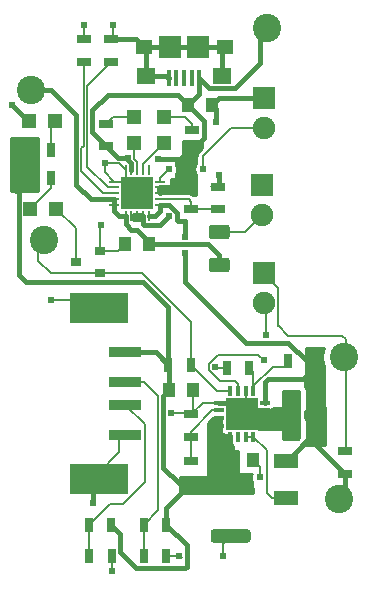
<source format=gtl>
G04 #@! TF.GenerationSoftware,KiCad,Pcbnew,(5.1.9-0-10_14)*
G04 #@! TF.CreationDate,2021-03-21T12:23:30-04:00*
G04 #@! TF.ProjectId,Antoinette_PowerBank,416e746f-696e-4657-9474-655f506f7765,rev?*
G04 #@! TF.SameCoordinates,Original*
G04 #@! TF.FileFunction,Copper,L1,Top*
G04 #@! TF.FilePolarity,Positive*
%FSLAX46Y46*%
G04 Gerber Fmt 4.6, Leading zero omitted, Abs format (unit mm)*
G04 Created by KiCad (PCBNEW (5.1.9-0-10_14)) date 2021-03-21 12:23:30*
%MOMM*%
%LPD*%
G01*
G04 APERTURE LIST*
G04 #@! TA.AperFunction,SMDPad,CuDef*
%ADD10R,1.900000X1.900000*%
G04 #@! TD*
G04 #@! TA.AperFunction,SMDPad,CuDef*
%ADD11R,1.450000X1.300000*%
G04 #@! TD*
G04 #@! TA.AperFunction,SMDPad,CuDef*
%ADD12R,1.600000X1.400000*%
G04 #@! TD*
G04 #@! TA.AperFunction,SMDPad,CuDef*
%ADD13R,0.400000X1.350000*%
G04 #@! TD*
G04 #@! TA.AperFunction,SMDPad,CuDef*
%ADD14R,0.700000X1.300000*%
G04 #@! TD*
G04 #@! TA.AperFunction,ComponentPad*
%ADD15C,2.400000*%
G04 #@! TD*
G04 #@! TA.AperFunction,SMDPad,CuDef*
%ADD16R,2.700000X2.700000*%
G04 #@! TD*
G04 #@! TA.AperFunction,SMDPad,CuDef*
%ADD17R,0.260000X0.810000*%
G04 #@! TD*
G04 #@! TA.AperFunction,SMDPad,CuDef*
%ADD18R,0.810000X0.260000*%
G04 #@! TD*
G04 #@! TA.AperFunction,SMDPad,CuDef*
%ADD19R,1.300000X0.700000*%
G04 #@! TD*
G04 #@! TA.AperFunction,SMDPad,CuDef*
%ADD20R,0.340000X0.810000*%
G04 #@! TD*
G04 #@! TA.AperFunction,SMDPad,CuDef*
%ADD21R,0.810000X0.340000*%
G04 #@! TD*
G04 #@! TA.AperFunction,SMDPad,CuDef*
%ADD22R,1.000000X1.250000*%
G04 #@! TD*
G04 #@! TA.AperFunction,SMDPad,CuDef*
%ADD23R,1.200000X1.200000*%
G04 #@! TD*
G04 #@! TA.AperFunction,SMDPad,CuDef*
%ADD24R,5.000000X2.500000*%
G04 #@! TD*
G04 #@! TA.AperFunction,SMDPad,CuDef*
%ADD25R,2.800000X0.900000*%
G04 #@! TD*
G04 #@! TA.AperFunction,SMDPad,CuDef*
%ADD26R,0.900000X0.800000*%
G04 #@! TD*
G04 #@! TA.AperFunction,SMDPad,CuDef*
%ADD27R,2.000000X1.200000*%
G04 #@! TD*
G04 #@! TA.AperFunction,ComponentPad*
%ADD28R,1.900000X1.900000*%
G04 #@! TD*
G04 #@! TA.AperFunction,ComponentPad*
%ADD29C,1.900000*%
G04 #@! TD*
G04 #@! TA.AperFunction,ViaPad*
%ADD30C,0.609600*%
G04 #@! TD*
G04 #@! TA.AperFunction,Conductor*
%ADD31C,0.400000*%
G04 #@! TD*
G04 #@! TA.AperFunction,Conductor*
%ADD32C,0.150000*%
G04 #@! TD*
G04 #@! TA.AperFunction,Conductor*
%ADD33C,0.152400*%
G04 #@! TD*
G04 #@! TA.AperFunction,Conductor*
%ADD34C,0.254000*%
G04 #@! TD*
G04 #@! TA.AperFunction,Conductor*
%ADD35C,0.100000*%
G04 #@! TD*
G04 APERTURE END LIST*
D10*
G04 #@! TO.P,J2,11*
G04 #@! TO.N,GND*
X84207500Y-32956500D03*
G04 #@! TO.P,J2,10*
X86607500Y-32956500D03*
D11*
G04 #@! TO.P,J2,9*
X88832500Y-32956500D03*
G04 #@! TO.P,J2,8*
X81982500Y-32956500D03*
D12*
G04 #@! TO.P,J2,7*
X82207500Y-35406500D03*
G04 #@! TO.P,J2,6*
X88607500Y-35406500D03*
D13*
G04 #@! TO.P,J2,5*
X84107500Y-35631500D03*
G04 #@! TO.P,J2,4*
G04 #@! TO.N,Net-(J2-Pad4)*
X84757500Y-35631500D03*
G04 #@! TO.P,J2,3*
G04 #@! TO.N,Net-(J2-Pad3)*
X85407500Y-35631500D03*
G04 #@! TO.P,J2,2*
G04 #@! TO.N,Net-(J2-Pad2)*
X86057500Y-35631500D03*
G04 #@! TO.P,J2,1*
G04 #@! TO.N,VBUS*
X86707500Y-35631500D03*
G04 #@! TD*
D14*
G04 #@! TO.P,R15,2*
G04 #@! TO.N,Net-(D3-Pad2)*
X74165500Y-44069000D03*
G04 #@! TO.P,R15,1*
G04 #@! TO.N,+5V*
X72265500Y-44069000D03*
G04 #@! TD*
G04 #@! TO.P,R14,2*
G04 #@! TO.N,Net-(Q1-Pad1)*
X85951100Y-59855100D03*
G04 #@! TO.P,R14,1*
G04 #@! TO.N,+5V*
X84051100Y-59855100D03*
G04 #@! TD*
G04 #@! TO.P,R6,2*
G04 #@! TO.N,Net-(R6-Pad2)*
X94198400Y-59588400D03*
G04 #@! TO.P,R6,1*
G04 #@! TO.N,+BATT*
X96098400Y-59588400D03*
G04 #@! TD*
D15*
G04 #@! TO.P,TP1,1*
G04 #@! TO.N,VBUS*
X92456000Y-31394400D03*
G04 #@! TD*
D16*
G04 #@! TO.P,U2,21*
G04 #@! TO.N,GND*
X81453799Y-45364400D03*
D17*
G04 #@! TO.P,U2,20*
G04 #@! TO.N,+BATT*
X82453799Y-47319400D03*
G04 #@! TO.P,U2,19*
G04 #@! TO.N,VBUS*
X81953799Y-47319400D03*
G04 #@! TO.P,U2,18*
X81453799Y-47319400D03*
G04 #@! TO.P,U2,17*
X80953799Y-47319400D03*
G04 #@! TO.P,U2,16*
G04 #@! TO.N,/Battery+*
X80453799Y-47319400D03*
D18*
G04 #@! TO.P,U2,15*
X79498799Y-46364400D03*
G04 #@! TO.P,U2,14*
X79498799Y-45864400D03*
G04 #@! TO.P,U2,13*
G04 #@! TO.N,Net-(R9-Pad1)*
X79498799Y-45364400D03*
G04 #@! TO.P,U2,12*
G04 #@! TO.N,Net-(R5-Pad1)*
X79498799Y-44864400D03*
G04 #@! TO.P,U2,11*
G04 #@! TO.N,GND*
X79498799Y-44364400D03*
D17*
G04 #@! TO.P,U2,10*
X80453799Y-43409400D03*
G04 #@! TO.P,U2,9*
G04 #@! TO.N,VBUS*
X80953799Y-43409400D03*
G04 #@! TO.P,U2,8*
G04 #@! TO.N,Net-(D1-Pad1)*
X81453799Y-43409400D03*
G04 #@! TO.P,U2,7*
G04 #@! TO.N,Net-(D2-Pad1)*
X81953799Y-43409400D03*
G04 #@! TO.P,U2,6*
G04 #@! TO.N,Net-(U2-Pad6)*
X82453799Y-43409400D03*
D18*
G04 #@! TO.P,U2,5*
G04 #@! TO.N,/16KThermistor*
X83408799Y-44364400D03*
G04 #@! TO.P,U2,4*
G04 #@! TO.N,VBUS*
X83408799Y-44864400D03*
G04 #@! TO.P,U2,3*
X83408799Y-45364400D03*
G04 #@! TO.P,U2,2*
G04 #@! TO.N,Net-(R3-Pad2)*
X83408799Y-45864400D03*
G04 #@! TO.P,U2,1*
G04 #@! TO.N,+BATT*
X83408799Y-46364400D03*
G04 #@! TD*
D19*
G04 #@! TO.P,R11,2*
G04 #@! TO.N,Net-(D2-Pad2)*
X86080600Y-40010000D03*
G04 #@! TO.P,R11,1*
G04 #@! TO.N,VBUS*
X86080600Y-41910000D03*
G04 #@! TD*
G04 #@! TO.P,R5,1*
G04 #@! TO.N,Net-(R5-Pad1)*
X79248000Y-34224000D03*
G04 #@! TO.P,R5,2*
G04 #@! TO.N,GND*
X79248000Y-32324000D03*
G04 #@! TD*
D20*
G04 #@! TO.P,U3,1*
G04 #@! TO.N,+5V*
X89334700Y-66013800D03*
G04 #@! TO.P,U3,2*
G04 #@! TO.N,N/C*
X89984700Y-66013800D03*
G04 #@! TO.P,U3,3*
G04 #@! TO.N,Net-(L1-Pad2)*
X90634700Y-66013800D03*
G04 #@! TO.P,U3,4*
X91284700Y-66013800D03*
D21*
G04 #@! TO.P,U3,5*
G04 #@! TO.N,GND*
X92264700Y-65033800D03*
G04 #@! TO.P,U3,6*
X92264700Y-64383800D03*
G04 #@! TO.P,U3,7*
X92264700Y-63733800D03*
G04 #@! TO.P,U3,8*
G04 #@! TO.N,+BATT*
X92264700Y-63083800D03*
D20*
G04 #@! TO.P,U3,9*
G04 #@! TO.N,Net-(R6-Pad2)*
X91284700Y-62103800D03*
G04 #@! TO.P,U3,10*
G04 #@! TO.N,GND*
X90634700Y-62103800D03*
G04 #@! TO.P,U3,11*
G04 #@! TO.N,/switch*
X89984700Y-62103800D03*
G04 #@! TO.P,U3,12*
G04 #@! TO.N,Net-(Q1-Pad1)*
X89334700Y-62103800D03*
D21*
G04 #@! TO.P,U3,13*
G04 #@! TO.N,GND*
X88354700Y-63083800D03*
G04 #@! TO.P,U3,14*
G04 #@! TO.N,Net-(R12-Pad2)*
X88354700Y-63733800D03*
G04 #@! TO.P,U3,15*
G04 #@! TO.N,+5V*
X88354700Y-64383800D03*
G04 #@! TO.P,U3,16*
X88354700Y-65033800D03*
D16*
G04 #@! TO.P,U3,17*
G04 #@! TO.N,GND*
X90309700Y-64058800D03*
G04 #@! TD*
D22*
G04 #@! TO.P,C1,2*
G04 #@! TO.N,GND*
X86128100Y-62014100D03*
G04 #@! TO.P,C1,1*
G04 #@! TO.N,+5V*
X84128100Y-62014100D03*
G04 #@! TD*
G04 #@! TO.P,C2,1*
G04 #@! TO.N,VBUS*
X85741000Y-37909500D03*
G04 #@! TO.P,C2,2*
G04 #@! TO.N,GND*
X87741000Y-37909500D03*
G04 #@! TD*
G04 #@! TO.P,C3,2*
G04 #@! TO.N,GND*
X80407000Y-49657000D03*
G04 #@! TO.P,C3,1*
G04 #@! TO.N,/Battery+*
X82407000Y-49657000D03*
G04 #@! TD*
G04 #@! TO.P,C4,2*
G04 #@! TO.N,GND*
X94694500Y-65430400D03*
G04 #@! TO.P,C4,1*
G04 #@! TO.N,+BATT*
X96694500Y-65430400D03*
G04 #@! TD*
G04 #@! TO.P,C5,1*
G04 #@! TO.N,+BATT*
X96694500Y-62788800D03*
G04 #@! TO.P,C5,2*
G04 #@! TO.N,GND*
X94694500Y-62788800D03*
G04 #@! TD*
G04 #@! TO.P,C6,1*
G04 #@! TO.N,+5V*
X89271600Y-67970400D03*
G04 #@! TO.P,C6,2*
G04 #@! TO.N,GND*
X91271600Y-67970400D03*
G04 #@! TD*
D23*
G04 #@! TO.P,D1,1*
G04 #@! TO.N,Net-(D1-Pad1)*
X81203800Y-41130400D03*
G04 #@! TO.P,D1,2*
G04 #@! TO.N,Net-(D1-Pad2)*
X81203800Y-38930400D03*
G04 #@! TD*
G04 #@! TO.P,D2,2*
G04 #@! TO.N,Net-(D2-Pad2)*
X83693000Y-38912800D03*
G04 #@! TO.P,D2,1*
G04 #@! TO.N,Net-(D2-Pad1)*
X83693000Y-41112800D03*
G04 #@! TD*
G04 #@! TO.P,D3,1*
G04 #@! TO.N,Net-(D3-Pad1)*
X74569500Y-46672500D03*
G04 #@! TO.P,D3,2*
G04 #@! TO.N,Net-(D3-Pad2)*
X72369500Y-46672500D03*
G04 #@! TD*
G04 #@! TO.P,D4,2*
G04 #@! TO.N,Net-(D4-Pad2)*
X74506000Y-39243000D03*
G04 #@! TO.P,D4,1*
G04 #@! TO.N,GND*
X72306000Y-39243000D03*
G04 #@! TD*
G04 #@! TO.P,F1,1*
G04 #@! TO.N,Net-(F1-Pad1)*
G04 #@! TA.AperFunction,SMDPad,CuDef*
G36*
G01*
X87767000Y-48013000D02*
X89017000Y-48013000D01*
G75*
G02*
X89267000Y-48263000I0J-250000D01*
G01*
X89267000Y-49013000D01*
G75*
G02*
X89017000Y-49263000I-250000J0D01*
G01*
X87767000Y-49263000D01*
G75*
G02*
X87517000Y-49013000I0J250000D01*
G01*
X87517000Y-48263000D01*
G75*
G02*
X87767000Y-48013000I250000J0D01*
G01*
G37*
G04 #@! TD.AperFunction*
G04 #@! TO.P,F1,2*
G04 #@! TO.N,/Battery+*
G04 #@! TA.AperFunction,SMDPad,CuDef*
G36*
G01*
X87767000Y-50813000D02*
X89017000Y-50813000D01*
G75*
G02*
X89267000Y-51063000I0J-250000D01*
G01*
X89267000Y-51813000D01*
G75*
G02*
X89017000Y-52063000I-250000J0D01*
G01*
X87767000Y-52063000D01*
G75*
G02*
X87517000Y-51813000I0J250000D01*
G01*
X87517000Y-51063000D01*
G75*
G02*
X87767000Y-50813000I250000J0D01*
G01*
G37*
G04 #@! TD.AperFunction*
G04 #@! TD*
D24*
G04 #@! TO.P,J4,S2*
G04 #@! TO.N,GND*
X78181000Y-69543500D03*
G04 #@! TO.P,J4,S1*
X78181000Y-55043500D03*
D25*
G04 #@! TO.P,J4,03*
G04 #@! TO.N,Net-(J4-Pad03)*
X80431000Y-63293500D03*
G04 #@! TO.P,J4,01*
G04 #@! TO.N,+5V*
X80431000Y-58793500D03*
G04 #@! TO.P,J4,02*
G04 #@! TO.N,Net-(J4-Pad02)*
X80431000Y-61293500D03*
G04 #@! TO.P,J4,04*
G04 #@! TO.N,GND*
X80431000Y-65793500D03*
G04 #@! TD*
D26*
G04 #@! TO.P,Q1,1*
G04 #@! TO.N,Net-(Q1-Pad1)*
X78329500Y-52131000D03*
G04 #@! TO.P,Q1,2*
G04 #@! TO.N,GND*
X78329500Y-50231000D03*
G04 #@! TO.P,Q1,3*
G04 #@! TO.N,Net-(D3-Pad1)*
X76229500Y-51181000D03*
G04 #@! TD*
D14*
G04 #@! TO.P,R1,1*
G04 #@! TO.N,+5V*
X79232800Y-73456800D03*
G04 #@! TO.P,R1,2*
G04 #@! TO.N,Net-(J4-Pad03)*
X77332800Y-73456800D03*
G04 #@! TD*
G04 #@! TO.P,R2,2*
G04 #@! TO.N,GND*
X79270900Y-76047600D03*
G04 #@! TO.P,R2,1*
G04 #@! TO.N,Net-(J4-Pad03)*
X77370900Y-76047600D03*
G04 #@! TD*
D19*
G04 #@! TO.P,R3,1*
G04 #@! TO.N,VBUS*
X86029800Y-44770000D03*
G04 #@! TO.P,R3,2*
G04 #@! TO.N,Net-(R3-Pad2)*
X86029800Y-46670000D03*
G04 #@! TD*
G04 #@! TO.P,R4,1*
G04 #@! TO.N,Net-(R3-Pad2)*
X88315800Y-46685200D03*
G04 #@! TO.P,R4,2*
G04 #@! TO.N,GND*
X88315800Y-44785200D03*
G04 #@! TD*
D14*
G04 #@! TO.P,R7,2*
G04 #@! TO.N,GND*
X89029500Y-60121800D03*
G04 #@! TO.P,R7,1*
G04 #@! TO.N,Net-(R6-Pad2)*
X90929500Y-60121800D03*
G04 #@! TD*
D19*
G04 #@! TO.P,R8,2*
G04 #@! TO.N,VBUS*
X78836520Y-41391880D03*
G04 #@! TO.P,R8,1*
G04 #@! TO.N,Net-(D1-Pad2)*
X78836520Y-39491880D03*
G04 #@! TD*
G04 #@! TO.P,R9,2*
G04 #@! TO.N,GND*
X76962000Y-32324000D03*
G04 #@! TO.P,R9,1*
G04 #@! TO.N,Net-(R9-Pad1)*
X76962000Y-34224000D03*
G04 #@! TD*
G04 #@! TO.P,R10,1*
G04 #@! TO.N,+BATT*
X98996500Y-69085500D03*
G04 #@! TO.P,R10,2*
G04 #@! TO.N,Net-(J5-Pad1)*
X98996500Y-67185500D03*
G04 #@! TD*
G04 #@! TO.P,R12,2*
G04 #@! TO.N,Net-(R12-Pad2)*
X85991700Y-68000800D03*
G04 #@! TO.P,R12,1*
G04 #@! TO.N,+5V*
X85991700Y-69900800D03*
G04 #@! TD*
G04 #@! TO.P,R13,1*
G04 #@! TO.N,Net-(R12-Pad2)*
X85991700Y-65974000D03*
G04 #@! TO.P,R13,2*
G04 #@! TO.N,GND*
X85991700Y-64074000D03*
G04 #@! TD*
D14*
G04 #@! TO.P,R16,1*
G04 #@! TO.N,+5V*
X72202000Y-41656000D03*
G04 #@! TO.P,R16,2*
G04 #@! TO.N,Net-(D4-Pad2)*
X74102000Y-41656000D03*
G04 #@! TD*
G04 #@! TO.P,R17,1*
G04 #@! TO.N,+5V*
X83906400Y-73406000D03*
G04 #@! TO.P,R17,2*
G04 #@! TO.N,Net-(J4-Pad02)*
X82006400Y-73406000D03*
G04 #@! TD*
G04 #@! TO.P,R18,2*
G04 #@! TO.N,GND*
X83906400Y-76098400D03*
G04 #@! TO.P,R18,1*
G04 #@! TO.N,Net-(J4-Pad02)*
X82006400Y-76098400D03*
G04 #@! TD*
D15*
G04 #@! TO.P,TP2,1*
G04 #@! TO.N,/Battery+*
X72453500Y-36576000D03*
G04 #@! TD*
G04 #@! TO.P,TP3,1*
G04 #@! TO.N,+BATT*
X98552000Y-71272400D03*
G04 #@! TD*
G04 #@! TO.P,TP4,1*
G04 #@! TO.N,Net-(J5-Pad1)*
X98907600Y-59232800D03*
G04 #@! TD*
G04 #@! TO.P,TP5,1*
G04 #@! TO.N,Net-(Q1-Pad1)*
X73533000Y-49276000D03*
G04 #@! TD*
G04 #@! TO.P,C7,2*
G04 #@! TO.N,GND*
G04 #@! TA.AperFunction,SMDPad,CuDef*
G36*
G01*
X87907198Y-73812600D02*
X90807202Y-73812600D01*
G75*
G02*
X91057200Y-74062598I0J-249998D01*
G01*
X91057200Y-74687602D01*
G75*
G02*
X90807202Y-74937600I-249998J0D01*
G01*
X87907198Y-74937600D01*
G75*
G02*
X87657200Y-74687602I0J249998D01*
G01*
X87657200Y-74062598D01*
G75*
G02*
X87907198Y-73812600I249998J0D01*
G01*
G37*
G04 #@! TD.AperFunction*
G04 #@! TO.P,C7,1*
G04 #@! TO.N,+5V*
G04 #@! TA.AperFunction,SMDPad,CuDef*
G36*
G01*
X87907198Y-69537600D02*
X90807202Y-69537600D01*
G75*
G02*
X91057200Y-69787598I0J-249998D01*
G01*
X91057200Y-70412602D01*
G75*
G02*
X90807202Y-70662600I-249998J0D01*
G01*
X87907198Y-70662600D01*
G75*
G02*
X87657200Y-70412602I0J249998D01*
G01*
X87657200Y-69787598D01*
G75*
G02*
X87907198Y-69537600I249998J0D01*
G01*
G37*
G04 #@! TD.AperFunction*
G04 #@! TD*
D27*
G04 #@! TO.P,L1,1*
G04 #@! TO.N,+BATT*
X94030800Y-67996000D03*
G04 #@! TO.P,L1,2*
G04 #@! TO.N,Net-(L1-Pad2)*
X94030800Y-71196000D03*
G04 #@! TD*
D28*
G04 #@! TO.P,J1,1*
G04 #@! TO.N,GND*
X92189300Y-37312600D03*
D29*
G04 #@! TO.P,J1,2*
G04 #@! TO.N,/16KThermistor*
X92189300Y-39812600D03*
G04 #@! TD*
D28*
G04 #@! TO.P,J3,1*
G04 #@! TO.N,GND*
X91998800Y-44678600D03*
D29*
G04 #@! TO.P,J3,2*
G04 #@! TO.N,Net-(F1-Pad1)*
X91998800Y-47178600D03*
G04 #@! TD*
D28*
G04 #@! TO.P,J5,1*
G04 #@! TO.N,Net-(J5-Pad1)*
X92138500Y-52133500D03*
D29*
G04 #@! TO.P,J5,2*
G04 #@! TO.N,/switch*
X92138500Y-54633500D03*
G04 #@! TD*
D30*
G04 #@! TO.N,GND*
X91795600Y-69392800D03*
X79298800Y-77368400D03*
X84988400Y-76098400D03*
X88696800Y-76047600D03*
X77724000Y-71564500D03*
X74104500Y-54356000D03*
X88074500Y-39306500D03*
X84315300Y-63957200D03*
X88011000Y-60071000D03*
X88328500Y-43815000D03*
X78714600Y-42824400D03*
X76949300Y-31076900D03*
X79349600Y-31076900D03*
X78359000Y-48069500D03*
X70866000Y-37909500D03*
G04 #@! TO.N,VBUS*
X84137500Y-47307500D03*
X80645000Y-42354500D03*
X83185000Y-42418000D03*
G04 #@! TO.N,+BATT*
X85471000Y-49022000D03*
X85471000Y-50419000D03*
G04 #@! TO.N,/16KThermistor*
X84099400Y-43332400D03*
X86995000Y-43307000D03*
G04 #@! TO.N,/switch*
X92329000Y-57340500D03*
X92138500Y-59499500D03*
G04 #@! TD*
D31*
G04 #@! TO.N,GND*
X89334700Y-63083800D02*
X90309700Y-64058800D01*
X88354700Y-63083800D02*
X89334700Y-63083800D01*
D32*
X90634700Y-61843800D02*
X90634700Y-62103800D01*
D33*
X80453799Y-44364400D02*
X81453799Y-45364400D01*
X80453799Y-43409400D02*
X80453799Y-44364400D01*
X81056199Y-45364400D02*
X81453799Y-45364400D01*
X80056199Y-44364400D02*
X81056199Y-45364400D01*
X79498799Y-44364400D02*
X80056199Y-44364400D01*
X90634700Y-61765334D02*
X90634700Y-62103800D01*
X79868799Y-42824400D02*
X80453799Y-43409400D01*
X78714600Y-42824400D02*
X79868799Y-42824400D01*
X78714600Y-43580201D02*
X79498799Y-44364400D01*
X78714600Y-42824400D02*
X78714600Y-43580201D01*
X87706200Y-44747100D02*
X87807800Y-44848700D01*
X85874900Y-63957200D02*
X85991700Y-64074000D01*
X84315300Y-63957200D02*
X85874900Y-63957200D01*
X90634700Y-62103800D02*
X90634700Y-63733800D01*
X90634700Y-63733800D02*
X90309700Y-64058800D01*
X76949300Y-32245300D02*
X76898500Y-32296100D01*
X76949300Y-31076900D02*
X76949300Y-32245300D01*
X79349600Y-32209700D02*
X79248000Y-32311300D01*
X79349600Y-31076900D02*
X79349600Y-32209700D01*
D31*
X80282500Y-49342000D02*
X80407000Y-49466500D01*
X72052000Y-39095500D02*
X70866000Y-37909500D01*
X72052000Y-39243000D02*
X72052000Y-39095500D01*
X88392000Y-44899500D02*
X88392000Y-43878500D01*
D33*
X88061800Y-60121800D02*
X88011000Y-60071000D01*
X89029500Y-60121800D02*
X88061800Y-60121800D01*
X79499500Y-32575500D02*
X79248000Y-32324000D01*
X82549000Y-35025500D02*
X82774000Y-35250500D01*
D31*
X88074500Y-38243000D02*
X87741000Y-37909500D01*
X88074500Y-39306500D02*
X88074500Y-38243000D01*
D33*
X76985500Y-54356000D02*
X77673000Y-55043500D01*
X74104500Y-54356000D02*
X76985500Y-54356000D01*
X86128100Y-63937600D02*
X85991700Y-64074000D01*
X86128100Y-62014100D02*
X86128100Y-63937600D01*
X79923000Y-67293500D02*
X77673000Y-69543500D01*
X79923000Y-65793500D02*
X79923000Y-67293500D01*
D31*
X77724000Y-69594500D02*
X77673000Y-69543500D01*
X77724000Y-71564500D02*
X77724000Y-69594500D01*
X88607500Y-33181500D02*
X88832500Y-32956500D01*
X88607500Y-35406500D02*
X88607500Y-33181500D01*
X82207500Y-33181500D02*
X81982500Y-32956500D01*
X82207500Y-35406500D02*
X82207500Y-33181500D01*
X88832500Y-32956500D02*
X81982500Y-32956500D01*
X81350000Y-32324000D02*
X81982500Y-32956500D01*
X79248000Y-32324000D02*
X81350000Y-32324000D01*
X83882500Y-35406500D02*
X84107500Y-35631500D01*
X82207500Y-35406500D02*
X83882500Y-35406500D01*
D33*
X78329500Y-48099000D02*
X78359000Y-48069500D01*
X78329500Y-50231000D02*
X78329500Y-48099000D01*
X79833000Y-50231000D02*
X80407000Y-49657000D01*
X78329500Y-50231000D02*
X79833000Y-50231000D01*
D31*
X88337900Y-37312600D02*
X87741000Y-37909500D01*
X92189300Y-37312600D02*
X88337900Y-37312600D01*
D33*
X91795600Y-68494400D02*
X91271600Y-67970400D01*
X91795600Y-69392800D02*
X91795600Y-68494400D01*
X85991700Y-64074000D02*
X86981900Y-63083800D01*
X88354700Y-63083800D02*
X86981900Y-63083800D01*
X79298800Y-76075500D02*
X79270900Y-76047600D01*
X79298800Y-77368400D02*
X79298800Y-76075500D01*
X85090000Y-76098400D02*
X85191600Y-76200000D01*
X83906400Y-76098400D02*
X85090000Y-76098400D01*
X88696800Y-75035500D02*
X89357200Y-74375100D01*
X88696800Y-76047600D02*
X88696800Y-75035500D01*
G04 #@! TO.N,+5V*
X85585300Y-69682400D02*
X85839300Y-69936400D01*
X85824100Y-69733200D02*
X85991700Y-69900800D01*
D31*
X72265500Y-41719500D02*
X72202000Y-41656000D01*
X72265500Y-44069000D02*
X72265500Y-41719500D01*
X71183500Y-45151000D02*
X72265500Y-44069000D01*
X84128100Y-59932100D02*
X84051100Y-59855100D01*
X84128100Y-62014100D02*
X84128100Y-59932100D01*
X83803100Y-61689100D02*
X84128100Y-62014100D01*
X83658099Y-62484101D02*
X84128100Y-62014100D01*
X83658099Y-68617199D02*
X83658099Y-62484101D01*
X84941700Y-69900800D02*
X83658099Y-68617199D01*
X71417099Y-44917401D02*
X72265500Y-44069000D01*
X84051100Y-54968100D02*
X81966401Y-52883401D01*
X71417099Y-52240099D02*
X71417099Y-44917401D01*
X72060401Y-52883401D02*
X71417099Y-52240099D01*
X81966401Y-52883401D02*
X72060401Y-52883401D01*
X84051100Y-59855100D02*
X84051100Y-54968100D01*
X82989500Y-58793500D02*
X84051100Y-59855100D01*
X80431000Y-58793500D02*
X82989500Y-58793500D01*
X86191000Y-70100100D02*
X85991700Y-69900800D01*
X89357200Y-70100100D02*
X86191000Y-70100100D01*
X83906400Y-71986100D02*
X85991700Y-69900800D01*
X83906400Y-73406000D02*
X83906400Y-71986100D01*
X79973301Y-75699623D02*
X79973301Y-74197301D01*
X81374479Y-77100801D02*
X79973301Y-75699623D01*
X85509999Y-77100801D02*
X81374479Y-77100801D01*
X85645601Y-76965199D02*
X85509999Y-77100801D01*
X79973301Y-74197301D02*
X79232800Y-73456800D01*
X85645601Y-75145201D02*
X85645601Y-76965199D01*
X83906400Y-73406000D02*
X85645601Y-75145201D01*
G04 #@! TO.N,VBUS*
X79811840Y-42367200D02*
X78836520Y-41391880D01*
X85521800Y-41960800D02*
X86080600Y-41402000D01*
X83408799Y-44864400D02*
X84665400Y-44864400D01*
X83408799Y-45364400D02*
X83408799Y-44864400D01*
X83185000Y-42418000D02*
X85064600Y-42418000D01*
X86080600Y-41402000D02*
X85140800Y-42341800D01*
X80645000Y-42516146D02*
X80645000Y-42354500D01*
X80953799Y-42824945D02*
X80645000Y-42516146D01*
X80953799Y-43409400D02*
X80953799Y-42824945D01*
X80632300Y-42367200D02*
X80645000Y-42354500D01*
X79811840Y-42367200D02*
X80632300Y-42367200D01*
X84137500Y-47307500D02*
X83368199Y-48076801D01*
X81453799Y-47319400D02*
X81453799Y-47488722D01*
X81901389Y-47936312D02*
X81901389Y-47319400D01*
X82041878Y-48076801D02*
X81901389Y-47936312D01*
X83368199Y-48076801D02*
X82041878Y-48076801D01*
X81453799Y-47319400D02*
X81006209Y-47319400D01*
X87083001Y-39251501D02*
X85741000Y-37909500D01*
X87083001Y-40641921D02*
X87083001Y-39251501D01*
X86322922Y-41402000D02*
X87083001Y-40641921D01*
X86080600Y-41402000D02*
X86322922Y-41402000D01*
X77644610Y-40199970D02*
X77644610Y-38306390D01*
X78836520Y-41391880D02*
X77644610Y-40199970D01*
X77644610Y-38306390D02*
X78930500Y-37020500D01*
X87534901Y-36458901D02*
X86707500Y-35631500D01*
X89689421Y-36458901D02*
X87534901Y-36458901D01*
X91821000Y-34327322D02*
X89689421Y-36458901D01*
X91821000Y-31115000D02*
X91821000Y-34327322D01*
X84852000Y-37020500D02*
X85741000Y-37909500D01*
X78930500Y-37020500D02*
X84852000Y-37020500D01*
X86707500Y-36943000D02*
X85741000Y-37909500D01*
X86707500Y-35631500D02*
X86707500Y-36943000D01*
G04 #@! TO.N,/Battery+*
X80453799Y-47988722D02*
X80453799Y-47319400D01*
X80890676Y-48425599D02*
X80453799Y-47988722D01*
X81366099Y-48425599D02*
X80890676Y-48425599D01*
X82407000Y-49466500D02*
X81429599Y-48489099D01*
X79923799Y-47319400D02*
X80453799Y-47319400D01*
X79498799Y-46894400D02*
X79923799Y-47319400D01*
X79498799Y-46364400D02*
X79498799Y-46894400D01*
X79498799Y-46364400D02*
X79498799Y-45864400D01*
X76279390Y-38704834D02*
X74150556Y-36576000D01*
X76279391Y-44627537D02*
X76279390Y-38704834D01*
X77516254Y-45864400D02*
X76279391Y-44627537D01*
X74150556Y-36576000D02*
X72453500Y-36576000D01*
X79498799Y-45864400D02*
X77516254Y-45864400D01*
X82429201Y-49679201D02*
X82407000Y-49657000D01*
X87458701Y-49679201D02*
X82429201Y-49679201D01*
X88392000Y-50612500D02*
X87458701Y-49679201D01*
X88392000Y-51438000D02*
X88392000Y-50612500D01*
D33*
G04 #@! TO.N,+BATT*
X96237300Y-65430400D02*
X96253300Y-65414400D01*
D31*
X83408799Y-46894400D02*
X83408799Y-46364400D01*
X82983799Y-47319400D02*
X83408799Y-46894400D01*
X82453799Y-47319400D02*
X82983799Y-47319400D01*
X85471000Y-49022000D02*
X85471000Y-47693742D01*
X95515099Y-61073401D02*
X92531499Y-61073401D01*
X96517500Y-60071000D02*
X95515099Y-61073401D01*
X92531499Y-61073401D02*
X92264700Y-61340200D01*
X92264700Y-63083800D02*
X92264700Y-61340200D01*
X84167058Y-46364400D02*
X83408799Y-46364400D01*
X84794701Y-46992043D02*
X84167058Y-46364400D01*
X84794701Y-47583701D02*
X84794701Y-46992043D01*
X84904742Y-47693742D02*
X84794701Y-47583701D01*
X85471000Y-47693742D02*
X84904742Y-47693742D01*
X85471000Y-51455158D02*
X85471000Y-50419000D01*
X94128900Y-67996000D02*
X96694500Y-65430400D01*
X94030800Y-67996000D02*
X94128900Y-67996000D01*
X96694500Y-66783500D02*
X96694500Y-65430400D01*
X98996500Y-69085500D02*
X96694500Y-66783500D01*
X98996500Y-70612000D02*
X98552000Y-71056500D01*
X98996500Y-69085500D02*
X98996500Y-70612000D01*
X94221555Y-57997701D02*
X90636701Y-57997701D01*
X95812254Y-59588400D02*
X94221555Y-57997701D01*
X96098400Y-59588400D02*
X95812254Y-59588400D01*
X85471000Y-52832000D02*
X85471000Y-51455158D01*
X90636701Y-57997701D02*
X85471000Y-52832000D01*
D33*
G04 #@! TO.N,Net-(D1-Pad1)*
X81453799Y-42718799D02*
X81453799Y-43409400D01*
X81203800Y-42468800D02*
X81453799Y-42718799D01*
X81203800Y-41130400D02*
X81203800Y-42468800D01*
G04 #@! TO.N,Net-(D1-Pad2)*
X79398000Y-38930400D02*
X78836520Y-39491880D01*
X81203800Y-38930400D02*
X79398000Y-38930400D01*
G04 #@! TO.N,Net-(D2-Pad2)*
X85491400Y-38912800D02*
X86080600Y-39502000D01*
X83693000Y-38912800D02*
X85491400Y-38912800D01*
X86080600Y-40010000D02*
X86080600Y-39502000D01*
G04 #@! TO.N,Net-(D2-Pad1)*
X81953799Y-42852001D02*
X81953799Y-43409400D01*
X83693000Y-41112800D02*
X81953799Y-42852001D01*
G04 #@! TO.N,Net-(D3-Pad1)*
X76229500Y-48332500D02*
X74569500Y-46672500D01*
X76229500Y-51181000D02*
X76229500Y-48332500D01*
G04 #@! TO.N,Net-(D3-Pad2)*
X72265500Y-46568500D02*
X72369500Y-46672500D01*
X74165500Y-44876500D02*
X72369500Y-46672500D01*
X74165500Y-44069000D02*
X74165500Y-44876500D01*
D31*
G04 #@! TO.N,Net-(D4-Pad2)*
X74165500Y-41719500D02*
X74102000Y-41656000D01*
D33*
X74252000Y-39243000D02*
X74252000Y-39606000D01*
X74102000Y-39393000D02*
X74252000Y-39243000D01*
X74102000Y-41656000D02*
X74102000Y-39393000D01*
G04 #@! TO.N,Net-(F1-Pad1)*
X91450800Y-47726600D02*
X91998800Y-47178600D01*
X91857200Y-47320200D02*
X91998800Y-47178600D01*
X91806400Y-47371000D02*
X91998800Y-47178600D01*
X90539400Y-48638000D02*
X91998800Y-47178600D01*
X88392000Y-48638000D02*
X90539400Y-48638000D01*
G04 #@! TO.N,/16KThermistor*
X83408799Y-44023001D02*
X84099400Y-43332400D01*
X83408799Y-44364400D02*
X83408799Y-44023001D01*
X86995000Y-42164000D02*
X86995000Y-43307000D01*
X89346400Y-39812600D02*
X86995000Y-42164000D01*
X92189300Y-39812600D02*
X89346400Y-39812600D01*
G04 #@! TO.N,Net-(J4-Pad03)*
X79923000Y-63293500D02*
X81518000Y-63293500D01*
X77370900Y-73494900D02*
X77332800Y-73456800D01*
X77370900Y-76047600D02*
X77370900Y-73494900D01*
X77332800Y-73456800D02*
X79110800Y-71678800D01*
X82059601Y-69826381D02*
X82059601Y-64922101D01*
X82059601Y-64922101D02*
X80431000Y-63293500D01*
X80207182Y-71678800D02*
X82059601Y-69826381D01*
X79110800Y-71678800D02*
X80207182Y-71678800D01*
G04 #@! TO.N,Net-(J4-Pad02)*
X81475400Y-61293500D02*
X79923000Y-61293500D01*
X82006400Y-76098400D02*
X82006400Y-73406000D01*
X81983400Y-61293500D02*
X83210400Y-62520500D01*
X80431000Y-61293500D02*
X81983400Y-61293500D01*
X83210400Y-72202000D02*
X82006400Y-73406000D01*
X83210400Y-62520500D02*
X83210400Y-72202000D01*
G04 #@! TO.N,Net-(Q1-Pad1)*
X73025000Y-49212500D02*
X73025000Y-51054000D01*
X74102000Y-52131000D02*
X78329500Y-52131000D01*
X73025000Y-51054000D02*
X74102000Y-52131000D01*
X81823400Y-52131000D02*
X78329500Y-52131000D01*
X88199800Y-62103800D02*
X85951100Y-59855100D01*
X89334700Y-62103800D02*
X88199800Y-62103800D01*
X81823400Y-52134254D02*
X81823400Y-52131000D01*
X85951100Y-56261954D02*
X81823400Y-52134254D01*
X85951100Y-59855100D02*
X85951100Y-56261954D01*
G04 #@! TO.N,Net-(R3-Pad2)*
X86080600Y-46771600D02*
X85884600Y-46575600D01*
X88300600Y-46670000D02*
X88315800Y-46685200D01*
X86029800Y-46670000D02*
X88300600Y-46670000D01*
X85986200Y-46626400D02*
X86029800Y-46670000D01*
X86029800Y-46670000D02*
X86029800Y-46088300D01*
X85805900Y-45864400D02*
X83408799Y-45864400D01*
X86029800Y-46088300D02*
X85805900Y-45864400D01*
G04 #@! TO.N,Net-(R5-Pad1)*
X78941399Y-44864400D02*
X77216000Y-43139001D01*
X79498799Y-44864400D02*
X78941399Y-44864400D01*
X77216000Y-36256000D02*
X79248000Y-34224000D01*
X77216000Y-43139001D02*
X77216000Y-36256000D01*
G04 #@! TO.N,Net-(R6-Pad2)*
X92927754Y-60071000D02*
X91284700Y-61714054D01*
X91284700Y-61714054D02*
X91284700Y-62103800D01*
X91284700Y-60477000D02*
X91284700Y-62103800D01*
X90929500Y-60121800D02*
X91284700Y-60477000D01*
X93919000Y-60071000D02*
X94300000Y-59690000D01*
X92927754Y-60071000D02*
X93919000Y-60071000D01*
G04 #@! TO.N,Net-(R9-Pad1)*
X78574900Y-45364400D02*
X76708000Y-43497500D01*
X79498799Y-45364400D02*
X78574900Y-45364400D01*
X76898500Y-41338500D02*
X76898500Y-34224000D01*
X76708000Y-41529000D02*
X76898500Y-41338500D01*
X76708000Y-43497500D02*
X76708000Y-41529000D01*
G04 #@! TO.N,Net-(R12-Pad2)*
X85991700Y-65539400D02*
X85991700Y-65974000D01*
X87797300Y-63733800D02*
X85991700Y-65539400D01*
X88354700Y-63733800D02*
X87797300Y-63733800D01*
X85991700Y-68000800D02*
X85991700Y-65974000D01*
D32*
G04 #@! TO.N,Net-(L1-Pad2)*
X91284700Y-66013800D02*
X91304701Y-66033801D01*
D33*
X91284700Y-66013800D02*
X90634700Y-66013800D01*
X91284700Y-66013800D02*
X91308301Y-66037401D01*
X92878400Y-71196000D02*
X92405200Y-70722800D01*
X94030800Y-71196000D02*
X92878400Y-71196000D01*
X92405200Y-67134300D02*
X91284700Y-66013800D01*
X92405200Y-70722800D02*
X92405200Y-67134300D01*
G04 #@! TO.N,Net-(J5-Pad1)*
X99123500Y-59182000D02*
X99123500Y-57721500D01*
X99123500Y-57721500D02*
X98806000Y-57404000D01*
X98806000Y-57404000D02*
X97091500Y-57404000D01*
D32*
X94234000Y-57404000D02*
X93345000Y-56515000D01*
X93345000Y-53340000D02*
X92138500Y-52133500D01*
X93345000Y-56578500D02*
X93345000Y-53340000D01*
D33*
X97091500Y-57404000D02*
X94234000Y-57404000D01*
X99136200Y-58572400D02*
X99136200Y-67464900D01*
D32*
G04 #@! TO.N,/switch*
X89984700Y-62103800D02*
X89984700Y-61773798D01*
D33*
X91757500Y-55014500D02*
X92138500Y-54633500D01*
X89984700Y-61546400D02*
X89715800Y-61277500D01*
X89984700Y-62103800D02*
X89984700Y-61546400D01*
X87477599Y-59814967D02*
X88237566Y-59055000D01*
X87477599Y-60327033D02*
X87477599Y-59814967D01*
X88428066Y-61277500D02*
X87477599Y-60327033D01*
X89715800Y-61277500D02*
X88428066Y-61277500D01*
X92329000Y-54824000D02*
X92138500Y-54633500D01*
X92329000Y-57340500D02*
X92329000Y-54824000D01*
X91694000Y-59055000D02*
X88237566Y-59055000D01*
X92138500Y-59499500D02*
X91694000Y-59055000D01*
G04 #@! TD*
D34*
G04 #@! TO.N,+BATT*
X97143118Y-58697550D02*
X97072600Y-59052068D01*
X97072600Y-59413532D01*
X97143118Y-59768050D01*
X97281444Y-60101999D01*
X97287427Y-60110953D01*
X97307021Y-66675000D01*
X95681800Y-66675000D01*
X95681800Y-66462579D01*
X95725037Y-66409894D01*
X95784002Y-66299580D01*
X95820312Y-66179882D01*
X95832572Y-66055400D01*
X95832572Y-64805400D01*
X95820312Y-64680918D01*
X95784002Y-64561220D01*
X95725037Y-64450906D01*
X95681800Y-64398221D01*
X95681800Y-63820979D01*
X95725037Y-63768294D01*
X95784002Y-63657980D01*
X95820312Y-63538282D01*
X95832572Y-63413800D01*
X95832572Y-62163800D01*
X95820312Y-62039318D01*
X95784002Y-61919620D01*
X95725037Y-61809306D01*
X95681800Y-61756621D01*
X95681800Y-61419637D01*
X95694406Y-61091881D01*
X95694500Y-61087000D01*
X95694500Y-58420000D01*
X97258083Y-58420000D01*
X97143118Y-58697550D01*
G04 #@! TA.AperFunction,Conductor*
D35*
G36*
X97143118Y-58697550D02*
G01*
X97072600Y-59052068D01*
X97072600Y-59413532D01*
X97143118Y-59768050D01*
X97281444Y-60101999D01*
X97287427Y-60110953D01*
X97307021Y-66675000D01*
X95681800Y-66675000D01*
X95681800Y-66462579D01*
X95725037Y-66409894D01*
X95784002Y-66299580D01*
X95820312Y-66179882D01*
X95832572Y-66055400D01*
X95832572Y-64805400D01*
X95820312Y-64680918D01*
X95784002Y-64561220D01*
X95725037Y-64450906D01*
X95681800Y-64398221D01*
X95681800Y-63820979D01*
X95725037Y-63768294D01*
X95784002Y-63657980D01*
X95820312Y-63538282D01*
X95832572Y-63413800D01*
X95832572Y-62163800D01*
X95820312Y-62039318D01*
X95784002Y-61919620D01*
X95725037Y-61809306D01*
X95681800Y-61756621D01*
X95681800Y-61419637D01*
X95694406Y-61091881D01*
X95694500Y-61087000D01*
X95694500Y-58420000D01*
X97258083Y-58420000D01*
X97143118Y-58697550D01*
G37*
G04 #@! TD.AperFunction*
G04 #@! TD*
D34*
G04 #@! TO.N,VBUS*
X86918800Y-41528568D02*
X86656658Y-41790710D01*
X86637463Y-41806463D01*
X86574581Y-41883085D01*
X86538186Y-41951176D01*
X86527855Y-41970503D01*
X86499082Y-42065356D01*
X86498154Y-42074779D01*
X86496126Y-42095366D01*
X86489199Y-42097467D01*
X86467243Y-42109203D01*
X86447997Y-42124997D01*
X86432203Y-42144243D01*
X86420467Y-42166199D01*
X86413240Y-42190024D01*
X86410801Y-42215277D01*
X86413227Y-42860481D01*
X86346487Y-42960363D01*
X86291323Y-43093542D01*
X86263200Y-43234924D01*
X86263200Y-43379076D01*
X86291323Y-43520458D01*
X86346487Y-43653637D01*
X86416603Y-43758572D01*
X86423022Y-45466000D01*
X86113645Y-45466000D01*
X86086815Y-45443981D01*
X85999398Y-45397255D01*
X85904544Y-45368482D01*
X85830612Y-45361200D01*
X85830604Y-45361200D01*
X85805900Y-45358767D01*
X85781196Y-45361200D01*
X84021409Y-45361200D01*
X83977995Y-45337995D01*
X83897506Y-45313578D01*
X83813799Y-45305334D01*
X83232865Y-45305334D01*
X83232865Y-44923466D01*
X83813799Y-44923466D01*
X83897506Y-44915222D01*
X83977995Y-44890805D01*
X84052175Y-44851155D01*
X84076734Y-44831000D01*
X84201000Y-44831000D01*
X84225776Y-44828560D01*
X84249601Y-44821333D01*
X84271557Y-44809597D01*
X84290803Y-44793803D01*
X84306597Y-44774557D01*
X84318333Y-44752601D01*
X84325560Y-44728776D01*
X84328000Y-44704000D01*
X84328000Y-44119800D01*
X84556600Y-44119800D01*
X84581376Y-44117360D01*
X84605201Y-44110133D01*
X84627157Y-44098397D01*
X84646403Y-44082603D01*
X84662197Y-44063357D01*
X84673933Y-44041401D01*
X84681160Y-44017576D01*
X84683600Y-43992800D01*
X84683600Y-43775288D01*
X84747913Y-43679037D01*
X84803077Y-43545858D01*
X84831200Y-43404476D01*
X84831200Y-43260324D01*
X84803077Y-43118942D01*
X84747913Y-42985763D01*
X84683600Y-42889512D01*
X84683600Y-42392600D01*
X85166200Y-42392600D01*
X85190976Y-42390160D01*
X85214801Y-42382933D01*
X85236757Y-42371197D01*
X85256003Y-42355403D01*
X85271797Y-42336157D01*
X85283533Y-42314201D01*
X85290760Y-42290376D01*
X85293200Y-42265600D01*
X85293200Y-40970200D01*
X86918800Y-40970200D01*
X86918800Y-41528568D01*
G04 #@! TA.AperFunction,Conductor*
D35*
G36*
X86918800Y-41528568D02*
G01*
X86656658Y-41790710D01*
X86637463Y-41806463D01*
X86574581Y-41883085D01*
X86538186Y-41951176D01*
X86527855Y-41970503D01*
X86499082Y-42065356D01*
X86498154Y-42074779D01*
X86496126Y-42095366D01*
X86489199Y-42097467D01*
X86467243Y-42109203D01*
X86447997Y-42124997D01*
X86432203Y-42144243D01*
X86420467Y-42166199D01*
X86413240Y-42190024D01*
X86410801Y-42215277D01*
X86413227Y-42860481D01*
X86346487Y-42960363D01*
X86291323Y-43093542D01*
X86263200Y-43234924D01*
X86263200Y-43379076D01*
X86291323Y-43520458D01*
X86346487Y-43653637D01*
X86416603Y-43758572D01*
X86423022Y-45466000D01*
X86113645Y-45466000D01*
X86086815Y-45443981D01*
X85999398Y-45397255D01*
X85904544Y-45368482D01*
X85830612Y-45361200D01*
X85830604Y-45361200D01*
X85805900Y-45358767D01*
X85781196Y-45361200D01*
X84021409Y-45361200D01*
X83977995Y-45337995D01*
X83897506Y-45313578D01*
X83813799Y-45305334D01*
X83232865Y-45305334D01*
X83232865Y-44923466D01*
X83813799Y-44923466D01*
X83897506Y-44915222D01*
X83977995Y-44890805D01*
X84052175Y-44851155D01*
X84076734Y-44831000D01*
X84201000Y-44831000D01*
X84225776Y-44828560D01*
X84249601Y-44821333D01*
X84271557Y-44809597D01*
X84290803Y-44793803D01*
X84306597Y-44774557D01*
X84318333Y-44752601D01*
X84325560Y-44728776D01*
X84328000Y-44704000D01*
X84328000Y-44119800D01*
X84556600Y-44119800D01*
X84581376Y-44117360D01*
X84605201Y-44110133D01*
X84627157Y-44098397D01*
X84646403Y-44082603D01*
X84662197Y-44063357D01*
X84673933Y-44041401D01*
X84681160Y-44017576D01*
X84683600Y-43992800D01*
X84683600Y-43775288D01*
X84747913Y-43679037D01*
X84803077Y-43545858D01*
X84831200Y-43404476D01*
X84831200Y-43260324D01*
X84803077Y-43118942D01*
X84747913Y-42985763D01*
X84683600Y-42889512D01*
X84683600Y-42392600D01*
X85166200Y-42392600D01*
X85190976Y-42390160D01*
X85214801Y-42382933D01*
X85236757Y-42371197D01*
X85256003Y-42355403D01*
X85271797Y-42336157D01*
X85283533Y-42314201D01*
X85290760Y-42290376D01*
X85293200Y-42265600D01*
X85293200Y-40970200D01*
X86918800Y-40970200D01*
X86918800Y-41528568D01*
G37*
G04 #@! TD.AperFunction*
G04 #@! TD*
D34*
G04 #@! TO.N,VBUS*
X81835872Y-47196487D02*
X81823766Y-47319400D01*
X81835872Y-47442313D01*
X81871724Y-47560503D01*
X81894733Y-47603550D01*
X81894733Y-47625000D01*
X81080799Y-47625000D01*
X81080799Y-47350194D01*
X81083832Y-47319400D01*
X81076800Y-47248004D01*
X81076800Y-47143466D01*
X81851956Y-47143466D01*
X81835872Y-47196487D01*
G04 #@! TA.AperFunction,Conductor*
D35*
G36*
X81835872Y-47196487D02*
G01*
X81823766Y-47319400D01*
X81835872Y-47442313D01*
X81871724Y-47560503D01*
X81894733Y-47603550D01*
X81894733Y-47625000D01*
X81080799Y-47625000D01*
X81080799Y-47350194D01*
X81083832Y-47319400D01*
X81076800Y-47248004D01*
X81076800Y-47143466D01*
X81851956Y-47143466D01*
X81835872Y-47196487D01*
G37*
G04 #@! TD.AperFunction*
G04 #@! TD*
D34*
G04 #@! TO.N,+5V*
X73025000Y-45148500D02*
X70739000Y-45148500D01*
X70739000Y-40640000D01*
X73025000Y-40640000D01*
X73025000Y-45148500D01*
G04 #@! TA.AperFunction,Conductor*
D35*
G36*
X73025000Y-45148500D02*
G01*
X70739000Y-45148500D01*
X70739000Y-40640000D01*
X73025000Y-40640000D01*
X73025000Y-45148500D01*
G37*
G04 #@! TD.AperFunction*
G04 #@! TD*
D34*
G04 #@! TO.N,+5V*
X88530634Y-65408800D02*
X88538878Y-65492507D01*
X88563295Y-65572996D01*
X88602945Y-65647176D01*
X88656305Y-65712195D01*
X88721324Y-65765555D01*
X88795504Y-65805205D01*
X88875993Y-65829622D01*
X88959700Y-65837866D01*
X89385634Y-65837866D01*
X89385634Y-66418800D01*
X89393878Y-66502507D01*
X89418295Y-66582996D01*
X89457945Y-66657176D01*
X89511305Y-66722195D01*
X89574322Y-66773912D01*
X89585903Y-67061117D01*
X89589340Y-67085775D01*
X89597521Y-67109289D01*
X89610132Y-67130755D01*
X89626688Y-67149348D01*
X89646554Y-67164354D01*
X89668966Y-67175196D01*
X89693062Y-67181457D01*
X89712800Y-67183000D01*
X89941400Y-67183000D01*
X89941400Y-68986400D01*
X89943840Y-69011176D01*
X89951067Y-69035001D01*
X89962803Y-69056957D01*
X89978597Y-69076203D01*
X89997843Y-69091997D01*
X90019799Y-69103733D01*
X90043624Y-69110960D01*
X90068400Y-69113400D01*
X91119237Y-69113400D01*
X91091923Y-69179342D01*
X91063800Y-69320724D01*
X91063800Y-69464876D01*
X91091923Y-69606258D01*
X91147087Y-69739437D01*
X91182331Y-69792184D01*
X91207921Y-70739000D01*
X85064600Y-70739000D01*
X85064600Y-69418200D01*
X87299800Y-69418200D01*
X87324576Y-69415760D01*
X87348401Y-69408533D01*
X87370357Y-69396797D01*
X87389603Y-69381003D01*
X87405397Y-69361757D01*
X87417133Y-69339801D01*
X87424360Y-69315976D01*
X87426798Y-69291841D01*
X87449519Y-64793214D01*
X87872700Y-64370033D01*
X88530634Y-64347149D01*
X88530634Y-65408800D01*
G04 #@! TA.AperFunction,Conductor*
D35*
G36*
X88530634Y-65408800D02*
G01*
X88538878Y-65492507D01*
X88563295Y-65572996D01*
X88602945Y-65647176D01*
X88656305Y-65712195D01*
X88721324Y-65765555D01*
X88795504Y-65805205D01*
X88875993Y-65829622D01*
X88959700Y-65837866D01*
X89385634Y-65837866D01*
X89385634Y-66418800D01*
X89393878Y-66502507D01*
X89418295Y-66582996D01*
X89457945Y-66657176D01*
X89511305Y-66722195D01*
X89574322Y-66773912D01*
X89585903Y-67061117D01*
X89589340Y-67085775D01*
X89597521Y-67109289D01*
X89610132Y-67130755D01*
X89626688Y-67149348D01*
X89646554Y-67164354D01*
X89668966Y-67175196D01*
X89693062Y-67181457D01*
X89712800Y-67183000D01*
X89941400Y-67183000D01*
X89941400Y-68986400D01*
X89943840Y-69011176D01*
X89951067Y-69035001D01*
X89962803Y-69056957D01*
X89978597Y-69076203D01*
X89997843Y-69091997D01*
X90019799Y-69103733D01*
X90043624Y-69110960D01*
X90068400Y-69113400D01*
X91119237Y-69113400D01*
X91091923Y-69179342D01*
X91063800Y-69320724D01*
X91063800Y-69464876D01*
X91091923Y-69606258D01*
X91147087Y-69739437D01*
X91182331Y-69792184D01*
X91207921Y-70739000D01*
X85064600Y-70739000D01*
X85064600Y-69418200D01*
X87299800Y-69418200D01*
X87324576Y-69415760D01*
X87348401Y-69408533D01*
X87370357Y-69396797D01*
X87389603Y-69381003D01*
X87405397Y-69361757D01*
X87417133Y-69339801D01*
X87424360Y-69315976D01*
X87426798Y-69291841D01*
X87449519Y-64793214D01*
X87872700Y-64370033D01*
X88530634Y-64347149D01*
X88530634Y-65408800D01*
G37*
G04 #@! TD.AperFunction*
G04 #@! TD*
D34*
G04 #@! TO.N,GND*
X95098330Y-62076594D02*
X95121817Y-66116371D01*
X95050649Y-66187540D01*
X93802200Y-66157335D01*
X93802200Y-65468500D01*
X93799760Y-65443724D01*
X93792533Y-65419899D01*
X93780797Y-65397943D01*
X93765003Y-65378697D01*
X93745757Y-65362903D01*
X93723801Y-65351167D01*
X93699976Y-65343940D01*
X93675200Y-65341500D01*
X91787718Y-65341500D01*
X91758095Y-65305405D01*
X91693076Y-65252045D01*
X91618896Y-65212395D01*
X91538407Y-65187978D01*
X91454700Y-65179734D01*
X91114700Y-65179734D01*
X91030993Y-65187978D01*
X90959700Y-65209605D01*
X90888407Y-65187978D01*
X90804700Y-65179734D01*
X90464700Y-65179734D01*
X90380993Y-65187978D01*
X90315960Y-65207706D01*
X90274806Y-63551274D01*
X91555267Y-63555930D01*
X91556305Y-63557195D01*
X91621324Y-63610555D01*
X91695504Y-63650205D01*
X91775993Y-63674622D01*
X91859700Y-63682866D01*
X92079610Y-63682866D01*
X92141787Y-63701727D01*
X92264700Y-63713833D01*
X92387612Y-63701727D01*
X92449789Y-63682866D01*
X92669700Y-63682866D01*
X92753407Y-63674622D01*
X92833896Y-63650205D01*
X92908076Y-63610555D01*
X92968375Y-63561069D01*
X93636638Y-63563499D01*
X93661423Y-63561149D01*
X93685274Y-63554009D01*
X93707273Y-63542353D01*
X93726575Y-63526629D01*
X93742439Y-63507441D01*
X93754255Y-63485527D01*
X93761569Y-63461729D01*
X93764100Y-63436500D01*
X93764100Y-62065920D01*
X95098330Y-62076594D01*
G04 #@! TA.AperFunction,Conductor*
D35*
G36*
X95098330Y-62076594D02*
G01*
X95121817Y-66116371D01*
X95050649Y-66187540D01*
X93802200Y-66157335D01*
X93802200Y-65468500D01*
X93799760Y-65443724D01*
X93792533Y-65419899D01*
X93780797Y-65397943D01*
X93765003Y-65378697D01*
X93745757Y-65362903D01*
X93723801Y-65351167D01*
X93699976Y-65343940D01*
X93675200Y-65341500D01*
X91787718Y-65341500D01*
X91758095Y-65305405D01*
X91693076Y-65252045D01*
X91618896Y-65212395D01*
X91538407Y-65187978D01*
X91454700Y-65179734D01*
X91114700Y-65179734D01*
X91030993Y-65187978D01*
X90959700Y-65209605D01*
X90888407Y-65187978D01*
X90804700Y-65179734D01*
X90464700Y-65179734D01*
X90380993Y-65187978D01*
X90315960Y-65207706D01*
X90274806Y-63551274D01*
X91555267Y-63555930D01*
X91556305Y-63557195D01*
X91621324Y-63610555D01*
X91695504Y-63650205D01*
X91775993Y-63674622D01*
X91859700Y-63682866D01*
X92079610Y-63682866D01*
X92141787Y-63701727D01*
X92264700Y-63713833D01*
X92387612Y-63701727D01*
X92449789Y-63682866D01*
X92669700Y-63682866D01*
X92753407Y-63674622D01*
X92833896Y-63650205D01*
X92908076Y-63610555D01*
X92968375Y-63561069D01*
X93636638Y-63563499D01*
X93661423Y-63561149D01*
X93685274Y-63554009D01*
X93707273Y-63542353D01*
X93726575Y-63526629D01*
X93742439Y-63507441D01*
X93754255Y-63485527D01*
X93761569Y-63461729D01*
X93764100Y-63436500D01*
X93764100Y-62065920D01*
X95098330Y-62076594D01*
G37*
G04 #@! TD.AperFunction*
G04 #@! TD*
M02*

</source>
